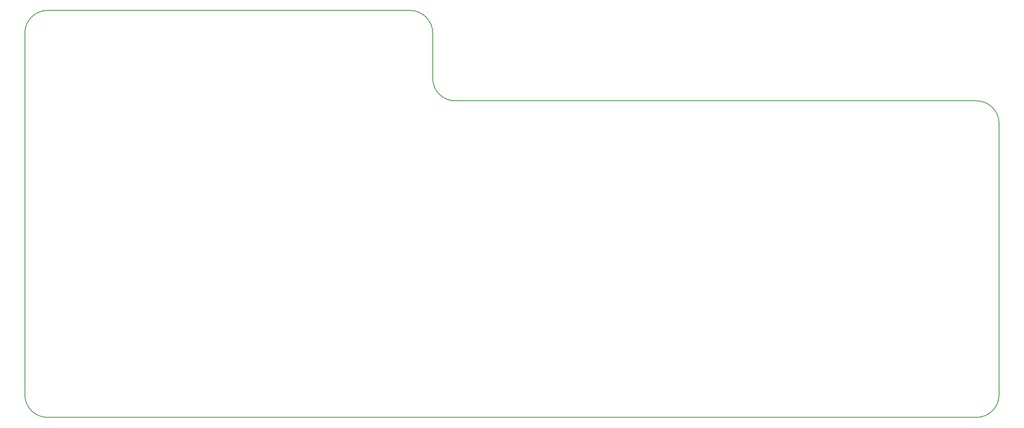
<source format=gm1>
%TF.GenerationSoftware,KiCad,Pcbnew,(6.0.1-0)*%
%TF.CreationDate,2022-02-10T21:02:50-06:00*%
%TF.ProjectId,Motor Board,4d6f746f-7220-4426-9f61-72642e6b6963,rev?*%
%TF.SameCoordinates,Original*%
%TF.FileFunction,Profile,NP*%
%FSLAX46Y46*%
G04 Gerber Fmt 4.6, Leading zero omitted, Abs format (unit mm)*
G04 Created by KiCad (PCBNEW (6.0.1-0)) date 2022-02-10 21:02:50*
%MOMM*%
%LPD*%
G01*
G04 APERTURE LIST*
%TA.AperFunction,Profile*%
%ADD10C,0.200000*%
%TD*%
G04 APERTURE END LIST*
D10*
X132000000Y-71000000D02*
G75*
G03*
X137000000Y-76000000I5000001J1D01*
G01*
X252000000Y-76000000D02*
X137000000Y-76000000D01*
X42000000Y-141000000D02*
G75*
G03*
X47000000Y-146000000I5000001J1D01*
G01*
X132000000Y-61000000D02*
G75*
G03*
X127000000Y-56000000I-5000001J-1D01*
G01*
X132000000Y-71000000D02*
X132000000Y-61000000D01*
X127000000Y-56000000D02*
X47000000Y-56000000D01*
X42000000Y-61000000D02*
X42000000Y-141000000D01*
X47000000Y-146000000D02*
X252000000Y-146000000D01*
X252000000Y-146000000D02*
G75*
G03*
X257000000Y-141000000I-1J5000001D01*
G01*
X47000000Y-56000000D02*
G75*
G03*
X42000000Y-61000000I1J-5000001D01*
G01*
X257000000Y-81000000D02*
G75*
G03*
X252000000Y-76000000I-5000001J-1D01*
G01*
X257000000Y-141000000D02*
X257000000Y-81000000D01*
M02*

</source>
